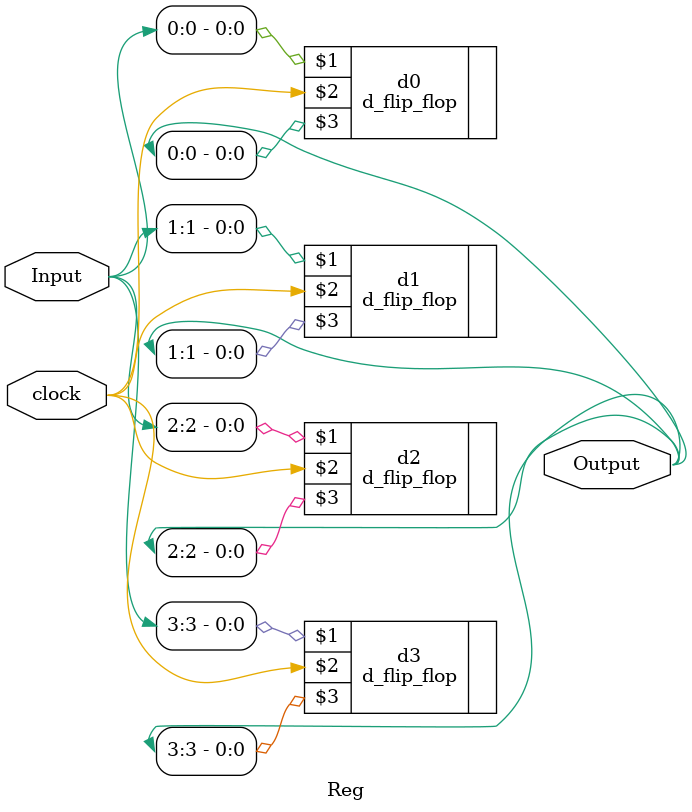
<source format=v>
/***** 4-BIT REGISTER MODULE *****/

module Reg(clock,Input,Output);

 input [3:0]Input;
 input clock;
 output [3:0]Output;
 d_flip_flop d0(Input[0], clock, Output[0]),
 d1(Input[1], clock, Output[1]),
 d2(Input[2], clock, Output[2]),
 d3(Input[3], clock, Output[3]);
 
endmodule

</source>
